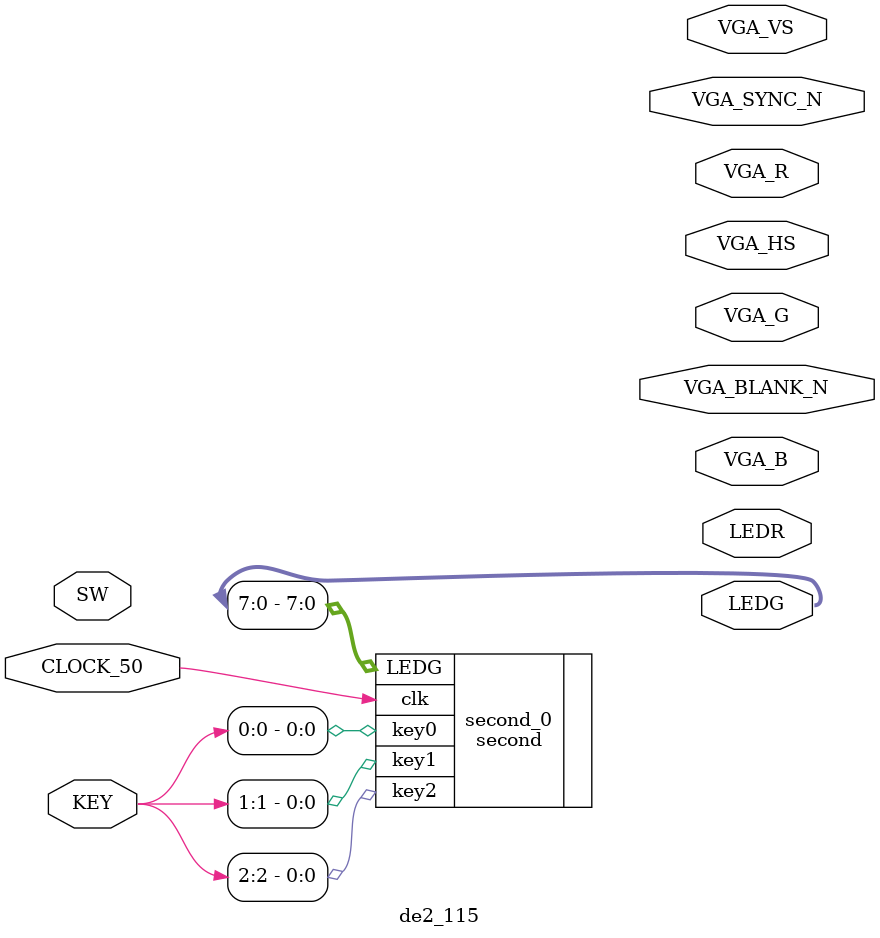
<source format=v>
/*
 * Template file that can be used in many projects
 */

`ifdef ICARUS_VERILOG
`include "lib/library.v"
`endif

`include "second.v"

module de2_115
(
  input  wire        CLOCK_50, // Clock
  input  wire [17:0] SW,       // Switches
  input  wire [3:0]  KEY,      // Buttons, 1 when unpressed
  output wire [17:0] LEDR,     // Red leds
  output wire [8:0]  LEDG,     // Green leds
  output wire [7:0]  VGA_R,    // VGA
  output wire [7:0]  VGA_G,
  output wire [7:0]  VGA_B,
  output wire        VGA_HS,
  output wire        VGA_VS,
  output wire        VGA_BLANK_N,
  output wire        VGA_SYNC_N
);

second
second_0
(
    .clk(CLOCK_50),
    .key0(KEY[0]),
    .key1(KEY[1]),
    .key2(KEY[2]),
    .LEDG(LEDG[7:0])  
);

endmodule

</source>
